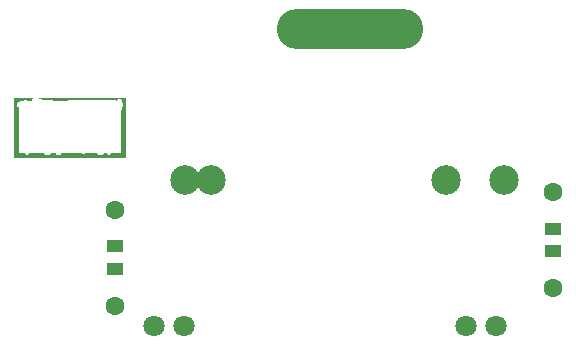
<source format=gbr>
%TF.GenerationSoftware,KiCad,Pcbnew,7.0.9-7.0.9~ubuntu22.04.1*%
%TF.CreationDate,2023-11-20T19:54:57+05:30*%
%TF.ProjectId,MAP4,4d415034-2e6b-4696-9361-645f70636258,1*%
%TF.SameCoordinates,Original*%
%TF.FileFunction,Soldermask,Bot*%
%TF.FilePolarity,Negative*%
%FSLAX46Y46*%
G04 Gerber Fmt 4.6, Leading zero omitted, Abs format (unit mm)*
G04 Created by KiCad (PCBNEW 7.0.9-7.0.9~ubuntu22.04.1) date 2023-11-20 19:54:57*
%MOMM*%
%LPD*%
G01*
G04 APERTURE LIST*
%ADD10C,0.000000*%
%ADD11C,1.800000*%
%ADD12O,12.400000X3.400000*%
%ADD13C,1.600000*%
%ADD14R,1.450000X1.000000*%
%ADD15C,2.500000*%
G04 APERTURE END LIST*
D10*
G36*
X103151024Y-75082364D02*
G01*
X103141835Y-75095382D01*
X103133399Y-75108957D01*
X103125736Y-75123032D01*
X103118866Y-75137551D01*
X103112808Y-75152458D01*
X103107582Y-75167695D01*
X103103207Y-75183207D01*
X103099703Y-75198936D01*
X103097089Y-75214827D01*
X103095386Y-75230822D01*
X103094613Y-75246866D01*
X103094789Y-75262900D01*
X103095935Y-75278870D01*
X103098069Y-75294718D01*
X103101211Y-75310388D01*
X103047650Y-75307175D01*
X102994103Y-75304693D01*
X102940568Y-75302933D01*
X102887047Y-75301889D01*
X102833540Y-75301552D01*
X102780047Y-75301915D01*
X102726568Y-75302971D01*
X102673103Y-75304712D01*
X102662774Y-75296896D01*
X102652300Y-75289722D01*
X102641696Y-75283183D01*
X102630977Y-75277269D01*
X102620157Y-75271972D01*
X102609253Y-75267283D01*
X102598277Y-75263193D01*
X102587245Y-75259694D01*
X102576172Y-75256777D01*
X102565072Y-75254434D01*
X102553960Y-75252655D01*
X102542851Y-75251432D01*
X102531759Y-75250756D01*
X102520700Y-75250619D01*
X102509688Y-75251013D01*
X102498737Y-75251927D01*
X102487863Y-75253354D01*
X102477080Y-75255285D01*
X102466403Y-75257712D01*
X102455847Y-75260625D01*
X102445426Y-75264016D01*
X102435156Y-75267877D01*
X102415123Y-75276971D01*
X102395868Y-75287839D01*
X102377508Y-75300410D01*
X102360161Y-75314616D01*
X102343945Y-75330387D01*
X102297018Y-75336375D01*
X102250106Y-75342896D01*
X102203208Y-75349960D01*
X102156324Y-75357577D01*
X102109455Y-75365758D01*
X102062601Y-75374514D01*
X102015761Y-75383855D01*
X101968937Y-75393791D01*
X101953122Y-75397955D01*
X101937863Y-75403354D01*
X101923183Y-75409920D01*
X101909108Y-75417587D01*
X101895660Y-75426289D01*
X101882866Y-75435957D01*
X101870749Y-75446526D01*
X101859334Y-75457928D01*
X101848646Y-75470097D01*
X101838708Y-75482965D01*
X101829545Y-75496467D01*
X101821183Y-75510534D01*
X101813645Y-75525101D01*
X101806955Y-75540101D01*
X101801139Y-75555466D01*
X101796220Y-75571129D01*
X101792224Y-75587025D01*
X101789175Y-75603086D01*
X101787096Y-75619245D01*
X101786014Y-75635435D01*
X101785951Y-75651590D01*
X101786933Y-75667643D01*
X101788984Y-75683526D01*
X101792129Y-75699174D01*
X101796392Y-75714518D01*
X101801798Y-75729493D01*
X101808370Y-75744032D01*
X101816134Y-75758067D01*
X101825114Y-75771532D01*
X101835335Y-75784360D01*
X101846820Y-75796484D01*
X101859595Y-75807838D01*
X101878635Y-75823047D01*
X101898071Y-75838202D01*
X101937147Y-75868534D01*
X101937147Y-79732765D01*
X102423243Y-79732765D01*
X102428386Y-79745226D01*
X102434145Y-79757359D01*
X102440524Y-79769137D01*
X102447526Y-79780529D01*
X102455155Y-79791509D01*
X102463415Y-79802047D01*
X102472311Y-79812113D01*
X102481845Y-79821680D01*
X102492022Y-79830719D01*
X102502845Y-79839200D01*
X102514319Y-79847096D01*
X102526447Y-79854376D01*
X102539233Y-79861014D01*
X102552681Y-79866979D01*
X102566795Y-79872243D01*
X102581578Y-79876777D01*
X102592072Y-79879378D01*
X102602750Y-79881448D01*
X102613586Y-79882995D01*
X102624555Y-79884027D01*
X102646783Y-79884573D01*
X102669225Y-79883143D01*
X102691670Y-79879794D01*
X102713909Y-79874584D01*
X102735730Y-79867571D01*
X102756924Y-79858811D01*
X102777281Y-79848362D01*
X102796591Y-79836282D01*
X102814643Y-79822629D01*
X102823132Y-79815230D01*
X102831228Y-79807459D01*
X102838904Y-79799323D01*
X102846134Y-79790830D01*
X102852893Y-79781987D01*
X102859153Y-79772800D01*
X102864889Y-79763277D01*
X102870074Y-79753426D01*
X102874681Y-79743253D01*
X102878686Y-79732765D01*
X104078731Y-79732765D01*
X104084387Y-79743862D01*
X104090471Y-79754832D01*
X104096986Y-79765666D01*
X104103939Y-79776354D01*
X104111331Y-79786889D01*
X104119169Y-79797261D01*
X104127456Y-79807460D01*
X104136196Y-79817478D01*
X104154246Y-79835972D01*
X104173572Y-79853102D01*
X104194058Y-79868828D01*
X104215590Y-79883108D01*
X104238052Y-79895900D01*
X104261331Y-79907163D01*
X104285310Y-79916855D01*
X104309876Y-79924935D01*
X104334914Y-79931362D01*
X104360308Y-79936093D01*
X104385945Y-79939087D01*
X104411708Y-79940304D01*
X104437484Y-79939700D01*
X104463158Y-79937236D01*
X104488614Y-79932869D01*
X104501224Y-79929959D01*
X104513738Y-79926557D01*
X104520156Y-79924599D01*
X104526508Y-79922516D01*
X104532794Y-79920310D01*
X104539013Y-79917983D01*
X104545164Y-79915538D01*
X104551247Y-79912976D01*
X104563207Y-79907512D01*
X104574890Y-79901606D01*
X104586291Y-79895275D01*
X104597406Y-79888537D01*
X104608232Y-79881406D01*
X104617597Y-79876418D01*
X104626828Y-79871124D01*
X104635912Y-79865514D01*
X104644838Y-79859575D01*
X104653593Y-79853298D01*
X104657902Y-79850029D01*
X104662165Y-79846671D01*
X104666378Y-79843223D01*
X104670541Y-79839684D01*
X104674652Y-79836051D01*
X104678710Y-79832325D01*
X104684469Y-79826803D01*
X104690065Y-79821175D01*
X104695500Y-79815443D01*
X104700773Y-79809612D01*
X104705885Y-79803682D01*
X104710836Y-79797657D01*
X104715628Y-79791540D01*
X104720260Y-79785333D01*
X104724733Y-79779039D01*
X104729047Y-79772661D01*
X104733203Y-79766200D01*
X104737202Y-79759661D01*
X104741044Y-79753045D01*
X104744730Y-79746355D01*
X104748259Y-79739594D01*
X104751633Y-79732765D01*
X105084809Y-79732765D01*
X105087050Y-79743669D01*
X105089363Y-79754552D01*
X105091582Y-79765458D01*
X105092605Y-79770934D01*
X105093542Y-79776431D01*
X105095968Y-79788690D01*
X105099201Y-79800590D01*
X105103207Y-79812123D01*
X105107950Y-79823280D01*
X105113395Y-79834054D01*
X105119508Y-79844436D01*
X105126254Y-79854418D01*
X105133598Y-79863991D01*
X105141506Y-79873147D01*
X105149941Y-79881879D01*
X105158869Y-79890177D01*
X105168256Y-79898033D01*
X105178066Y-79905439D01*
X105188265Y-79912387D01*
X105198818Y-79918869D01*
X105209689Y-79924875D01*
X105220844Y-79930398D01*
X105232248Y-79935430D01*
X105243866Y-79939962D01*
X105255664Y-79943985D01*
X105267606Y-79947492D01*
X105279657Y-79950475D01*
X105291782Y-79952924D01*
X105303948Y-79954833D01*
X105316118Y-79956191D01*
X105328258Y-79956992D01*
X105340332Y-79957226D01*
X105352307Y-79956886D01*
X105364147Y-79955963D01*
X105375818Y-79954448D01*
X105387283Y-79952335D01*
X105398510Y-79949613D01*
X105408449Y-79946671D01*
X105418093Y-79943397D01*
X105427440Y-79939797D01*
X105436493Y-79935882D01*
X105445251Y-79931659D01*
X105453716Y-79927138D01*
X105461888Y-79922326D01*
X105469768Y-79917233D01*
X105477358Y-79911866D01*
X105484657Y-79906235D01*
X105491667Y-79900348D01*
X105498388Y-79894214D01*
X105504821Y-79887841D01*
X105510968Y-79881237D01*
X105516828Y-79874412D01*
X105522403Y-79867374D01*
X105527693Y-79860131D01*
X105532699Y-79852692D01*
X105537423Y-79845066D01*
X105541864Y-79837261D01*
X105549903Y-79821148D01*
X105556823Y-79804422D01*
X105562630Y-79787153D01*
X105567330Y-79769408D01*
X105570931Y-79751256D01*
X105573438Y-79732765D01*
X107248750Y-79732765D01*
X107257775Y-79740753D01*
X107267218Y-79748297D01*
X107277050Y-79755390D01*
X107287247Y-79762025D01*
X107297780Y-79768194D01*
X107308624Y-79773891D01*
X107319751Y-79779108D01*
X107331135Y-79783838D01*
X107342749Y-79788074D01*
X107354566Y-79791809D01*
X107366560Y-79795036D01*
X107378704Y-79797748D01*
X107390970Y-79799937D01*
X107403334Y-79801597D01*
X107415767Y-79802720D01*
X107428242Y-79803299D01*
X107440735Y-79803326D01*
X107453216Y-79802796D01*
X107465660Y-79801700D01*
X107478041Y-79800032D01*
X107490330Y-79797785D01*
X107502502Y-79794950D01*
X107514530Y-79791522D01*
X107526387Y-79787492D01*
X107538046Y-79782855D01*
X107549481Y-79777602D01*
X107560665Y-79771727D01*
X107571571Y-79765222D01*
X107582172Y-79758081D01*
X107592442Y-79750296D01*
X107602354Y-79741859D01*
X107611882Y-79732765D01*
X108537351Y-79732765D01*
X108542232Y-79740050D01*
X108547323Y-79747225D01*
X108552626Y-79754286D01*
X108558142Y-79761228D01*
X108563873Y-79768047D01*
X108569820Y-79774738D01*
X108575984Y-79781297D01*
X108582367Y-79787720D01*
X108588970Y-79794001D01*
X108595794Y-79800136D01*
X108602840Y-79806121D01*
X108610110Y-79811952D01*
X108617605Y-79817623D01*
X108625326Y-79823130D01*
X108633275Y-79828469D01*
X108641453Y-79833635D01*
X108656987Y-79842608D01*
X108672842Y-79850720D01*
X108688984Y-79857977D01*
X108705379Y-79864388D01*
X108721989Y-79869957D01*
X108738782Y-79874692D01*
X108755720Y-79878598D01*
X108772770Y-79881683D01*
X108789895Y-79883953D01*
X108807062Y-79885414D01*
X108824235Y-79886073D01*
X108841378Y-79885936D01*
X108858456Y-79885011D01*
X108875436Y-79883302D01*
X108892280Y-79880818D01*
X108908954Y-79877563D01*
X108916099Y-79879089D01*
X108923254Y-79880425D01*
X108930425Y-79881568D01*
X108937616Y-79882515D01*
X108944834Y-79883262D01*
X108952083Y-79883806D01*
X108959369Y-79884142D01*
X108966697Y-79884269D01*
X108974072Y-79884182D01*
X108981500Y-79883878D01*
X108988986Y-79883353D01*
X108996534Y-79882605D01*
X109004151Y-79881629D01*
X109011842Y-79880422D01*
X109019611Y-79878980D01*
X109027465Y-79877301D01*
X109038165Y-79874450D01*
X109048974Y-79870794D01*
X109059828Y-79866384D01*
X109070662Y-79861271D01*
X109081411Y-79855505D01*
X109092011Y-79849138D01*
X109102395Y-79842219D01*
X109112500Y-79834800D01*
X109122261Y-79826931D01*
X109131613Y-79818662D01*
X109140490Y-79810045D01*
X109148828Y-79801131D01*
X109156563Y-79791969D01*
X109163629Y-79782610D01*
X109169961Y-79773106D01*
X109175495Y-79763506D01*
X109179492Y-79755831D01*
X109183358Y-79748148D01*
X109187114Y-79740459D01*
X109190779Y-79732765D01*
X109358807Y-79732765D01*
X109362618Y-79741000D01*
X109366781Y-79749083D01*
X109371282Y-79757008D01*
X109376108Y-79764767D01*
X109381247Y-79772354D01*
X109386685Y-79779760D01*
X109392411Y-79786979D01*
X109398411Y-79794003D01*
X109404673Y-79800825D01*
X109411183Y-79807437D01*
X109417928Y-79813834D01*
X109424897Y-79820006D01*
X109432076Y-79825947D01*
X109439453Y-79831650D01*
X109447014Y-79837107D01*
X109454746Y-79842312D01*
X109470676Y-79851932D01*
X109478847Y-79856334D01*
X109487138Y-79860454D01*
X109495538Y-79864285D01*
X109504032Y-79867819D01*
X109512608Y-79871049D01*
X109521254Y-79873968D01*
X109529956Y-79876569D01*
X109538702Y-79878844D01*
X109547478Y-79880786D01*
X109556273Y-79882388D01*
X109565073Y-79883643D01*
X109573865Y-79884542D01*
X109582637Y-79885080D01*
X109591376Y-79885249D01*
X109601371Y-79885062D01*
X109611190Y-79884506D01*
X109620832Y-79883588D01*
X109630293Y-79882316D01*
X109648671Y-79878740D01*
X109666307Y-79873834D01*
X109683187Y-79867659D01*
X109699296Y-79860272D01*
X109714620Y-79851734D01*
X109729142Y-79842102D01*
X109742848Y-79831437D01*
X109755724Y-79819796D01*
X109767753Y-79807238D01*
X109778922Y-79793823D01*
X109789214Y-79779609D01*
X109798616Y-79764656D01*
X109807112Y-79749022D01*
X109814687Y-79732765D01*
X110633522Y-79732765D01*
X110633522Y-76095164D01*
X110657867Y-76048773D01*
X110679700Y-76001307D01*
X110698944Y-75952866D01*
X110715523Y-75903550D01*
X110729361Y-75853457D01*
X110740380Y-75802688D01*
X110748505Y-75751341D01*
X110753659Y-75699516D01*
X110755765Y-75647313D01*
X110754748Y-75594831D01*
X110750530Y-75542169D01*
X110743036Y-75489427D01*
X110732188Y-75436704D01*
X110717910Y-75384100D01*
X110700127Y-75331715D01*
X110678760Y-75279647D01*
X110673266Y-75268408D01*
X110667084Y-75257726D01*
X110660249Y-75247598D01*
X110652798Y-75238024D01*
X110644767Y-75229004D01*
X110636191Y-75220536D01*
X110627107Y-75212619D01*
X110617549Y-75205253D01*
X110607556Y-75198437D01*
X110597162Y-75192170D01*
X110586403Y-75186451D01*
X110575315Y-75181279D01*
X110563935Y-75176653D01*
X110552297Y-75172573D01*
X110540439Y-75169038D01*
X110528396Y-75166046D01*
X110516205Y-75163598D01*
X110503900Y-75161691D01*
X110491518Y-75160326D01*
X110479095Y-75159501D01*
X110466667Y-75159216D01*
X110454270Y-75159469D01*
X110441940Y-75160260D01*
X110429712Y-75161588D01*
X110417624Y-75163452D01*
X110405710Y-75165852D01*
X110394006Y-75168785D01*
X110382550Y-75172253D01*
X110371376Y-75176253D01*
X110360520Y-75180784D01*
X110350019Y-75185847D01*
X110339908Y-75191440D01*
X110330226Y-75197389D01*
X110321007Y-75203640D01*
X110312245Y-75210183D01*
X110303933Y-75217004D01*
X110296065Y-75224093D01*
X110288634Y-75231437D01*
X110281634Y-75239025D01*
X110275058Y-75246845D01*
X110268900Y-75254884D01*
X110263153Y-75263132D01*
X110257811Y-75271576D01*
X110252867Y-75280205D01*
X110248314Y-75289006D01*
X110244147Y-75297968D01*
X110240358Y-75307079D01*
X110236942Y-75316327D01*
X110229975Y-75311422D01*
X110222818Y-75306761D01*
X110215471Y-75302352D01*
X110207937Y-75298205D01*
X110200217Y-75294329D01*
X110192312Y-75290734D01*
X110184224Y-75287428D01*
X110175954Y-75284420D01*
X110167503Y-75281721D01*
X110158873Y-75279339D01*
X110150065Y-75277283D01*
X110141081Y-75275563D01*
X110131922Y-75274188D01*
X110122590Y-75273167D01*
X110113085Y-75272509D01*
X110103409Y-75272224D01*
X108865012Y-75262869D01*
X107626310Y-75266439D01*
X107007155Y-75276677D01*
X106388296Y-75294473D01*
X105769860Y-75321269D01*
X105151968Y-75358509D01*
X104628173Y-75293151D01*
X104365781Y-75263891D01*
X104103184Y-75238949D01*
X103851834Y-75154788D01*
X103600756Y-75069960D01*
X111040669Y-75069960D01*
X111040669Y-80140000D01*
X101530000Y-80140000D01*
X101530000Y-75069960D01*
X103160947Y-75069960D01*
X103151024Y-75082364D01*
G37*
D11*
%TO.C,D1*%
X115970000Y-94400000D03*
X113430000Y-94400000D03*
%TD*%
%TO.C,D2*%
X142320000Y-94400000D03*
X139780000Y-94400000D03*
%TD*%
D12*
%TO.C,P2*%
X130000000Y-69200000D03*
%TD*%
D13*
%TO.C,R1*%
X110100000Y-84536000D03*
D14*
X110100000Y-87650000D03*
X110100000Y-89550000D03*
D13*
X110100000Y-92664000D03*
%TD*%
%TO.C,R2*%
X147200000Y-83036000D03*
D14*
X147200000Y-86150000D03*
X147200000Y-88050000D03*
D13*
X147200000Y-91164000D03*
%TD*%
D15*
%TO.C,BT1*%
X116000000Y-82000000D03*
X118200000Y-82000000D03*
X138100000Y-82000000D03*
X143000000Y-82000000D03*
%TD*%
M02*

</source>
